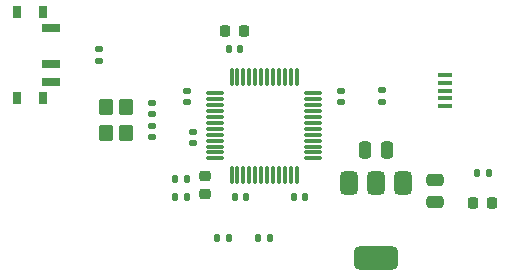
<source format=gbr>
%TF.GenerationSoftware,KiCad,Pcbnew,9.0.4*%
%TF.CreationDate,2025-10-05T01:24:38+05:30*%
%TF.ProjectId,Project4,50726f6a-6563-4743-942e-6b696361645f,rev?*%
%TF.SameCoordinates,Original*%
%TF.FileFunction,Paste,Top*%
%TF.FilePolarity,Positive*%
%FSLAX46Y46*%
G04 Gerber Fmt 4.6, Leading zero omitted, Abs format (unit mm)*
G04 Created by KiCad (PCBNEW 9.0.4) date 2025-10-05 01:24:38*
%MOMM*%
%LPD*%
G01*
G04 APERTURE LIST*
G04 Aperture macros list*
%AMRoundRect*
0 Rectangle with rounded corners*
0 $1 Rounding radius*
0 $2 $3 $4 $5 $6 $7 $8 $9 X,Y pos of 4 corners*
0 Add a 4 corners polygon primitive as box body*
4,1,4,$2,$3,$4,$5,$6,$7,$8,$9,$2,$3,0*
0 Add four circle primitives for the rounded corners*
1,1,$1+$1,$2,$3*
1,1,$1+$1,$4,$5*
1,1,$1+$1,$6,$7*
1,1,$1+$1,$8,$9*
0 Add four rect primitives between the rounded corners*
20,1,$1+$1,$2,$3,$4,$5,0*
20,1,$1+$1,$4,$5,$6,$7,0*
20,1,$1+$1,$6,$7,$8,$9,0*
20,1,$1+$1,$8,$9,$2,$3,0*%
G04 Aperture macros list end*
%ADD10RoundRect,0.135000X0.135000X0.185000X-0.135000X0.185000X-0.135000X-0.185000X0.135000X-0.185000X0*%
%ADD11RoundRect,0.250000X0.475000X-0.250000X0.475000X0.250000X-0.475000X0.250000X-0.475000X-0.250000X0*%
%ADD12R,1.300000X0.450000*%
%ADD13RoundRect,0.375000X-0.375000X0.625000X-0.375000X-0.625000X0.375000X-0.625000X0.375000X0.625000X0*%
%ADD14RoundRect,0.500000X-1.400000X0.500000X-1.400000X-0.500000X1.400000X-0.500000X1.400000X0.500000X0*%
%ADD15RoundRect,0.140000X-0.170000X0.140000X-0.170000X-0.140000X0.170000X-0.140000X0.170000X0.140000X0*%
%ADD16RoundRect,0.140000X-0.140000X-0.170000X0.140000X-0.170000X0.140000X0.170000X-0.140000X0.170000X0*%
%ADD17R,1.500000X0.700000*%
%ADD18R,0.800000X1.000000*%
%ADD19RoundRect,0.140000X0.170000X-0.140000X0.170000X0.140000X-0.170000X0.140000X-0.170000X-0.140000X0*%
%ADD20RoundRect,0.250000X-0.350000X0.450000X-0.350000X-0.450000X0.350000X-0.450000X0.350000X0.450000X0*%
%ADD21RoundRect,0.250000X-0.250000X-0.475000X0.250000X-0.475000X0.250000X0.475000X-0.250000X0.475000X0*%
%ADD22RoundRect,0.218750X0.218750X0.256250X-0.218750X0.256250X-0.218750X-0.256250X0.218750X-0.256250X0*%
%ADD23RoundRect,0.140000X0.140000X0.170000X-0.140000X0.170000X-0.140000X-0.170000X0.140000X-0.170000X0*%
%ADD24RoundRect,0.225000X-0.225000X-0.250000X0.225000X-0.250000X0.225000X0.250000X-0.225000X0.250000X0*%
%ADD25RoundRect,0.218750X-0.256250X0.218750X-0.256250X-0.218750X0.256250X-0.218750X0.256250X0.218750X0*%
%ADD26RoundRect,0.135000X-0.135000X-0.185000X0.135000X-0.185000X0.135000X0.185000X-0.135000X0.185000X0*%
%ADD27RoundRect,0.135000X-0.185000X0.135000X-0.185000X-0.135000X0.185000X-0.135000X0.185000X0.135000X0*%
%ADD28RoundRect,0.075000X-0.075000X-0.662500X0.075000X-0.662500X0.075000X0.662500X-0.075000X0.662500X0*%
%ADD29RoundRect,0.075000X-0.662500X-0.075000X0.662500X-0.075000X0.662500X0.075000X-0.662500X0.075000X0*%
G04 APERTURE END LIST*
D10*
%TO.C,R1*%
X132990000Y-98500000D03*
X134010000Y-98500000D03*
%TD*%
D11*
%TO.C,C2*%
X129500000Y-100950000D03*
X129500000Y-99050000D03*
%TD*%
D12*
%TO.C,J1*%
X130345000Y-90205000D03*
X130345000Y-90855000D03*
X130345000Y-91505000D03*
X130345000Y-92155000D03*
X130345000Y-92805000D03*
%TD*%
D13*
%TO.C,U1*%
X126800000Y-99350000D03*
X124500000Y-99350000D03*
D14*
X124500000Y-105650000D03*
D13*
X122200000Y-99350000D03*
%TD*%
D15*
%TO.C,C4*%
X108500000Y-92480000D03*
X108500000Y-91520000D03*
%TD*%
D16*
%TO.C,C7*%
X112020000Y-88000000D03*
X112980000Y-88000000D03*
%TD*%
D17*
%TO.C,SW1*%
X96930000Y-90750000D03*
X96930000Y-89250000D03*
X96930000Y-86250000D03*
D18*
X94070000Y-92150000D03*
X96280000Y-92150000D03*
X94070000Y-84850000D03*
X96280000Y-84850000D03*
%TD*%
D19*
%TO.C,C12*%
X105500000Y-93480000D03*
X105500000Y-92520000D03*
%TD*%
%TO.C,C13*%
X105500000Y-94520000D03*
X105500000Y-95480000D03*
%TD*%
D20*
%TO.C,Y1*%
X103350000Y-92900000D03*
X103350000Y-95100000D03*
X101650000Y-95100000D03*
X101650000Y-92900000D03*
%TD*%
D21*
%TO.C,C1*%
X125450000Y-96500000D03*
X123550000Y-96500000D03*
%TD*%
D22*
%TO.C,D1*%
X134287500Y-101000000D03*
X132712500Y-101000000D03*
%TD*%
D16*
%TO.C,C11*%
X113480000Y-100500000D03*
X112520000Y-100500000D03*
%TD*%
D23*
%TO.C,C5*%
X117520000Y-100500000D03*
X118480000Y-100500000D03*
%TD*%
D24*
%TO.C,C3*%
X113275000Y-86500000D03*
X111725000Y-86500000D03*
%TD*%
D15*
%TO.C,C6*%
X121500000Y-92480000D03*
X121500000Y-91520000D03*
%TD*%
D19*
%TO.C,C8*%
X109000000Y-95000000D03*
X109000000Y-95960000D03*
%TD*%
D23*
%TO.C,C9*%
X107500000Y-99000000D03*
X108460000Y-99000000D03*
%TD*%
%TO.C,C10*%
X107500000Y-100500000D03*
X108460000Y-100500000D03*
%TD*%
D25*
%TO.C,FB1*%
X110000000Y-100287500D03*
X110000000Y-98712500D03*
%TD*%
D10*
%TO.C,R4*%
X110990000Y-104000000D03*
X112010000Y-104000000D03*
%TD*%
D26*
%TO.C,R5*%
X115510000Y-104000000D03*
X114490000Y-104000000D03*
%TD*%
D27*
%TO.C,R2*%
X101000000Y-89010000D03*
X101000000Y-87990000D03*
%TD*%
%TO.C,R3*%
X125000000Y-92510000D03*
X125000000Y-91490000D03*
%TD*%
D28*
%TO.C,U2*%
X112250000Y-90337500D03*
X112750000Y-90337500D03*
X113250000Y-90337500D03*
X113750000Y-90337500D03*
X114250000Y-90337500D03*
X114750000Y-90337500D03*
X115250000Y-90337500D03*
X115750000Y-90337500D03*
X116250000Y-90337500D03*
X116750000Y-90337500D03*
X117250000Y-90337500D03*
X117750000Y-90337500D03*
D29*
X119162500Y-91750000D03*
X119162500Y-92250000D03*
X119162500Y-92750000D03*
X119162500Y-93250000D03*
X119162500Y-93750000D03*
X119162500Y-94250000D03*
X119162500Y-94750000D03*
X119162500Y-95250000D03*
X119162500Y-95750000D03*
X119162500Y-96250000D03*
X119162500Y-96750000D03*
X119162500Y-97250000D03*
D28*
X117750000Y-98662500D03*
X117250000Y-98662500D03*
X116750000Y-98662500D03*
X116250000Y-98662500D03*
X115750000Y-98662500D03*
X115250000Y-98662500D03*
X114750000Y-98662500D03*
X114250000Y-98662500D03*
X113750000Y-98662500D03*
X113250000Y-98662500D03*
X112750000Y-98662500D03*
X112250000Y-98662500D03*
D29*
X110837500Y-97250000D03*
X110837500Y-96750000D03*
X110837500Y-96250000D03*
X110837500Y-95750000D03*
X110837500Y-95250000D03*
X110837500Y-94750000D03*
X110837500Y-94250000D03*
X110837500Y-93750000D03*
X110837500Y-93250000D03*
X110837500Y-92750000D03*
X110837500Y-92250000D03*
X110837500Y-91750000D03*
%TD*%
M02*

</source>
